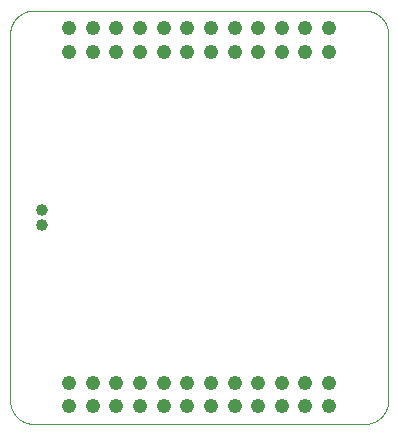
<source format=gbs>
G75*
%MOIN*%
%OFA0B0*%
%FSLAX25Y25*%
%IPPOS*%
%LPD*%
%AMOC8*
5,1,8,0,0,1.08239X$1,22.5*
%
%ADD10C,0.00400*%
%ADD11C,0.04762*%
%ADD12C,0.03975*%
D10*
X0001487Y0009174D02*
X0001487Y0131221D01*
X0001489Y0131414D01*
X0001496Y0131607D01*
X0001508Y0131800D01*
X0001525Y0131993D01*
X0001546Y0132185D01*
X0001572Y0132376D01*
X0001603Y0132567D01*
X0001638Y0132757D01*
X0001678Y0132946D01*
X0001723Y0133134D01*
X0001772Y0133321D01*
X0001826Y0133507D01*
X0001884Y0133691D01*
X0001947Y0133874D01*
X0002015Y0134055D01*
X0002086Y0134234D01*
X0002163Y0134412D01*
X0002243Y0134588D01*
X0002328Y0134761D01*
X0002417Y0134933D01*
X0002510Y0135102D01*
X0002607Y0135269D01*
X0002709Y0135434D01*
X0002814Y0135596D01*
X0002923Y0135755D01*
X0003037Y0135912D01*
X0003154Y0136065D01*
X0003274Y0136216D01*
X0003399Y0136364D01*
X0003527Y0136509D01*
X0003658Y0136650D01*
X0003793Y0136789D01*
X0003932Y0136924D01*
X0004073Y0137055D01*
X0004218Y0137183D01*
X0004366Y0137308D01*
X0004517Y0137428D01*
X0004670Y0137545D01*
X0004827Y0137659D01*
X0004986Y0137768D01*
X0005148Y0137873D01*
X0005313Y0137975D01*
X0005480Y0138072D01*
X0005649Y0138165D01*
X0005821Y0138254D01*
X0005994Y0138339D01*
X0006170Y0138419D01*
X0006348Y0138496D01*
X0006527Y0138567D01*
X0006708Y0138635D01*
X0006891Y0138698D01*
X0007075Y0138756D01*
X0007261Y0138810D01*
X0007448Y0138859D01*
X0007636Y0138904D01*
X0007825Y0138944D01*
X0008015Y0138979D01*
X0008206Y0139010D01*
X0008397Y0139036D01*
X0008589Y0139057D01*
X0008782Y0139074D01*
X0008975Y0139086D01*
X0009168Y0139093D01*
X0009361Y0139095D01*
X0119660Y0139095D01*
X0119850Y0139093D01*
X0120040Y0139086D01*
X0120230Y0139074D01*
X0120420Y0139058D01*
X0120609Y0139038D01*
X0120798Y0139012D01*
X0120986Y0138983D01*
X0121173Y0138948D01*
X0121359Y0138909D01*
X0121544Y0138866D01*
X0121729Y0138818D01*
X0121912Y0138766D01*
X0122093Y0138710D01*
X0122273Y0138649D01*
X0122452Y0138583D01*
X0122629Y0138514D01*
X0122805Y0138440D01*
X0122978Y0138362D01*
X0123150Y0138279D01*
X0123319Y0138193D01*
X0123487Y0138103D01*
X0123652Y0138008D01*
X0123815Y0137910D01*
X0123975Y0137807D01*
X0124133Y0137701D01*
X0124288Y0137591D01*
X0124441Y0137478D01*
X0124591Y0137360D01*
X0124737Y0137239D01*
X0124881Y0137115D01*
X0125022Y0136987D01*
X0125160Y0136856D01*
X0125295Y0136721D01*
X0125426Y0136583D01*
X0125554Y0136442D01*
X0125678Y0136298D01*
X0125799Y0136152D01*
X0125917Y0136002D01*
X0126030Y0135849D01*
X0126140Y0135694D01*
X0126246Y0135536D01*
X0126349Y0135376D01*
X0126447Y0135213D01*
X0126542Y0135048D01*
X0126632Y0134880D01*
X0126718Y0134711D01*
X0126801Y0134539D01*
X0126879Y0134366D01*
X0126953Y0134190D01*
X0127022Y0134013D01*
X0127088Y0133834D01*
X0127149Y0133654D01*
X0127205Y0133473D01*
X0127257Y0133290D01*
X0127305Y0133105D01*
X0127348Y0132920D01*
X0127387Y0132734D01*
X0127422Y0132547D01*
X0127451Y0132359D01*
X0127477Y0132170D01*
X0127497Y0131981D01*
X0127513Y0131791D01*
X0127525Y0131601D01*
X0127532Y0131411D01*
X0127534Y0131221D01*
X0127534Y0009174D01*
X0127532Y0008984D01*
X0127525Y0008794D01*
X0127513Y0008604D01*
X0127497Y0008414D01*
X0127477Y0008225D01*
X0127451Y0008036D01*
X0127422Y0007848D01*
X0127387Y0007661D01*
X0127348Y0007475D01*
X0127305Y0007290D01*
X0127257Y0007105D01*
X0127205Y0006922D01*
X0127149Y0006741D01*
X0127088Y0006561D01*
X0127022Y0006382D01*
X0126953Y0006205D01*
X0126879Y0006029D01*
X0126801Y0005856D01*
X0126718Y0005684D01*
X0126632Y0005515D01*
X0126542Y0005347D01*
X0126447Y0005182D01*
X0126349Y0005019D01*
X0126246Y0004859D01*
X0126140Y0004701D01*
X0126030Y0004546D01*
X0125917Y0004393D01*
X0125799Y0004243D01*
X0125678Y0004097D01*
X0125554Y0003953D01*
X0125426Y0003812D01*
X0125295Y0003674D01*
X0125160Y0003539D01*
X0125022Y0003408D01*
X0124881Y0003280D01*
X0124737Y0003156D01*
X0124591Y0003035D01*
X0124441Y0002917D01*
X0124288Y0002804D01*
X0124133Y0002694D01*
X0123975Y0002588D01*
X0123815Y0002485D01*
X0123652Y0002387D01*
X0123487Y0002292D01*
X0123319Y0002202D01*
X0123150Y0002116D01*
X0122978Y0002033D01*
X0122805Y0001955D01*
X0122629Y0001881D01*
X0122452Y0001812D01*
X0122273Y0001746D01*
X0122093Y0001685D01*
X0121912Y0001629D01*
X0121729Y0001577D01*
X0121544Y0001529D01*
X0121359Y0001486D01*
X0121173Y0001447D01*
X0120986Y0001412D01*
X0120798Y0001383D01*
X0120609Y0001357D01*
X0120420Y0001337D01*
X0120230Y0001321D01*
X0120040Y0001309D01*
X0119850Y0001302D01*
X0119660Y0001300D01*
X0009361Y0001300D01*
X0009171Y0001302D01*
X0008981Y0001309D01*
X0008791Y0001321D01*
X0008601Y0001337D01*
X0008412Y0001357D01*
X0008223Y0001383D01*
X0008035Y0001412D01*
X0007848Y0001447D01*
X0007662Y0001486D01*
X0007477Y0001529D01*
X0007292Y0001577D01*
X0007109Y0001629D01*
X0006928Y0001685D01*
X0006748Y0001746D01*
X0006569Y0001812D01*
X0006392Y0001881D01*
X0006216Y0001955D01*
X0006043Y0002033D01*
X0005871Y0002116D01*
X0005702Y0002202D01*
X0005534Y0002292D01*
X0005369Y0002387D01*
X0005206Y0002485D01*
X0005046Y0002588D01*
X0004888Y0002694D01*
X0004733Y0002804D01*
X0004580Y0002917D01*
X0004430Y0003035D01*
X0004284Y0003156D01*
X0004140Y0003280D01*
X0003999Y0003408D01*
X0003861Y0003539D01*
X0003726Y0003674D01*
X0003595Y0003812D01*
X0003467Y0003953D01*
X0003343Y0004097D01*
X0003222Y0004243D01*
X0003104Y0004393D01*
X0002991Y0004546D01*
X0002881Y0004701D01*
X0002775Y0004859D01*
X0002672Y0005019D01*
X0002574Y0005182D01*
X0002479Y0005347D01*
X0002389Y0005515D01*
X0002303Y0005684D01*
X0002220Y0005856D01*
X0002142Y0006029D01*
X0002068Y0006205D01*
X0001999Y0006382D01*
X0001933Y0006561D01*
X0001872Y0006741D01*
X0001816Y0006922D01*
X0001764Y0007105D01*
X0001716Y0007290D01*
X0001673Y0007475D01*
X0001634Y0007661D01*
X0001599Y0007848D01*
X0001570Y0008036D01*
X0001544Y0008225D01*
X0001524Y0008414D01*
X0001508Y0008604D01*
X0001496Y0008794D01*
X0001489Y0008984D01*
X0001487Y0009174D01*
D11*
X0021204Y0007206D03*
X0021204Y0015080D03*
X0029078Y0015080D03*
X0029078Y0007206D03*
X0036952Y0007206D03*
X0036952Y0015080D03*
X0044826Y0015080D03*
X0044826Y0007206D03*
X0052700Y0007206D03*
X0052700Y0015080D03*
X0060574Y0015080D03*
X0060574Y0007206D03*
X0068448Y0007206D03*
X0068448Y0015080D03*
X0076322Y0015080D03*
X0076322Y0007206D03*
X0084196Y0007206D03*
X0084196Y0015080D03*
X0092070Y0015080D03*
X0092070Y0007206D03*
X0099944Y0007206D03*
X0099944Y0015080D03*
X0107818Y0015080D03*
X0107818Y0007206D03*
X0107818Y0125316D03*
X0107818Y0133190D03*
X0099944Y0133190D03*
X0099944Y0125316D03*
X0092070Y0125316D03*
X0092070Y0133190D03*
X0084196Y0133190D03*
X0084196Y0125316D03*
X0076322Y0125316D03*
X0076322Y0133190D03*
X0068448Y0133190D03*
X0068448Y0125316D03*
X0060574Y0125316D03*
X0060574Y0133190D03*
X0052700Y0133190D03*
X0052700Y0125316D03*
X0044826Y0125316D03*
X0044826Y0133190D03*
X0036952Y0133190D03*
X0036952Y0125316D03*
X0029078Y0125316D03*
X0029078Y0133190D03*
X0021204Y0133190D03*
X0021204Y0125316D03*
D12*
X0012071Y0072654D03*
X0012071Y0067654D03*
M02*

</source>
